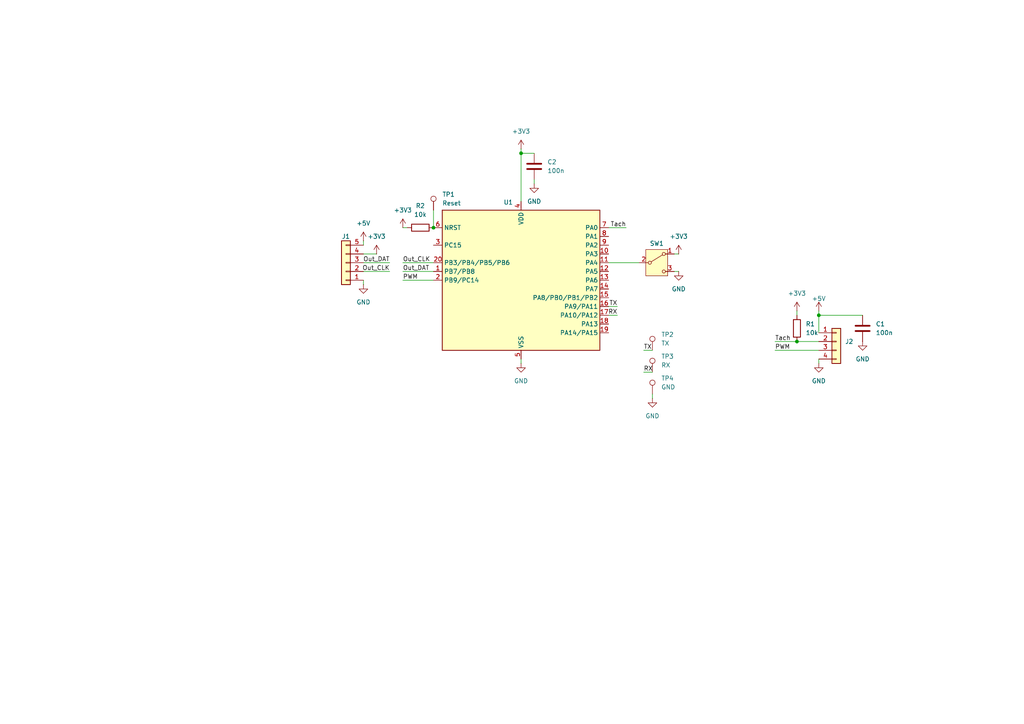
<source format=kicad_sch>
(kicad_sch (version 20250114) (generator "eeschema") (generator_version "9.0")
  (paper "A4")
  (lib_symbols
    (symbol "Connector:TestPoint" (pin_numbers (hide yes)) (pin_names (offset 0.762) (hide yes))
      (property "Reference" "TP" (at 0 6.858 0))
      (property "Value" "TestPoint" (at 0 5.08 0))
      (symbol "TestPoint_0_1"
        (circle (center 0 3.302) (radius 0.762))
      )
      (symbol "TestPoint_1_1"
        (pin passive line (at 0 0 90) (length 2.54) (name "1") (number "1"))
      )
    )
    (symbol "Connector_Generic:Conn_01x04" (pin_names (offset 1.016) (hide yes))
      (property "Reference" "J" (at 0 5.08 0))
      (property "Value" "Conn_01x04" (at 0 -7.62 0))
      (symbol "Conn_01x04_1_1"
        (rectangle (start -1.27 3.81) (end 1.27 -6.35) (stroke (width 0.254)) (fill (type background)))
        (rectangle (start -1.27 2.667) (end 0 2.413) (stroke (width 0.1524)))
        (rectangle (start -1.27 0.127) (end 0 -0.127) (stroke (width 0.1524)))
        (rectangle (start -1.27 -2.413) (end 0 -2.667) (stroke (width 0.1524)))
        (rectangle (start -1.27 -4.953) (end 0 -5.207) (stroke (width 0.1524)))
        (pin passive line (at -5.08 2.54 0) (length 3.81) (name "Pin_1") (number "1"))
        (pin passive line (at -5.08 0 0) (length 3.81) (name "Pin_2") (number "2"))
        (pin passive line (at -5.08 -2.54 0) (length 3.81) (name "Pin_3") (number "3"))
        (pin passive line (at -5.08 -5.08 0) (length 3.81) (name "Pin_4") (number "4"))
      )
    )
    (symbol "Connector_Generic:Conn_01x05" (pin_names (offset 1.016) (hide yes))
      (property "Reference" "J" (at 0 7.62 0))
      (property "Value" "Conn_01x05" (at 0 -7.62 0))
      (symbol "Conn_01x05_1_1"
        (rectangle (start -1.27 6.35) (end 1.27 -6.35) (stroke (width 0.254)) (fill (type background)))
        (rectangle (start -1.27 5.207) (end 0 4.953) (stroke (width 0.1524)))
        (rectangle (start -1.27 2.667) (end 0 2.413) (stroke (width 0.1524)))
        (rectangle (start -1.27 0.127) (end 0 -0.127) (stroke (width 0.1524)))
        (rectangle (start -1.27 -2.413) (end 0 -2.667) (stroke (width 0.1524)))
        (rectangle (start -1.27 -4.953) (end 0 -5.207) (stroke (width 0.1524)))
        (pin passive line (at -5.08 5.08 0) (length 3.81) (name "Pin_1") (number "1"))
        (pin passive line (at -5.08 2.54 0) (length 3.81) (name "Pin_2") (number "2"))
        (pin passive line (at -5.08 0 0) (length 3.81) (name "Pin_3") (number "3"))
        (pin passive line (at -5.08 -2.54 0) (length 3.81) (name "Pin_4") (number "4"))
        (pin passive line (at -5.08 -5.08 0) (length 3.81) (name "Pin_5") (number "5"))
      )
    )
    (symbol "Device:C" (pin_numbers (hide yes)) (pin_names (offset 0.254))
      (property "Reference" "C" (at 0.635 2.54 0))
      (property "Value" "C" (at 0.635 -2.54 0))
      (symbol "C_0_1"
        (polyline (pts (xy -2.032 0.762) (xy 2.032 0.762)) (stroke (width 0.508)))
        (polyline (pts (xy -2.032 -0.762) (xy 2.032 -0.762)) (stroke (width 0.508)))
      )
      (symbol "C_1_1"
        (pin passive line (at 0 3.81 270) (length 2.794) (name "~") (number "1"))
        (pin passive line (at 0 -3.81 90) (length 2.794) (name "~") (number "2"))
      )
    )
    (symbol "Device:R" (pin_numbers (hide yes)) (pin_names (offset 0))
      (property "Reference" "R" (at 2.032 0 90))
      (property "Value" "R" (at 0 0 90))
      (symbol "R_0_1"
        (rectangle (start -1.016 -2.54) (end 1.016 2.54) (stroke (width 0.254)))
      )
      (symbol "R_1_1"
        (pin passive line (at 0 3.81 270) (length 1.27) (name "~") (number "1"))
        (pin passive line (at 0 -3.81 90) (length 1.27) (name "~") (number "2"))
      )
    )
    (symbol "MCU_ST_STM32G0:STM32G030F6Px"
      (property "Reference" "U" (at -22.86 21.59 0))
      (property "Value" "STM32G030F6Px" (at 2.54 21.59 0))
      (symbol "STM32G030F6Px_0_1"
        (rectangle (start -22.86 -20.32) (end 22.86 20.32) (stroke (width 0.254)) (fill (type background)))
      )
      (symbol "STM32G030F6Px_1_1"
        (pin input line (at -25.4 15.24 0) (length 2.54) (name "NRST") (number "6"))
        (pin bidirectional line (at -25.4 10.16 0) (length 2.54) (name "PC15") (number "3"))
        (pin bidirectional line (at -25.4 5.08 0) (length 2.54) (name "PB3/PB4/PB5/PB6") (number "20"))
        (pin bidirectional line (at -25.4 2.54 0) (length 2.54) (name "PB7/PB8") (number "1"))
        (pin bidirectional line (at -25.4 0 0) (length 2.54) (name "PB9/PC14") (number "2"))
        (pin power_in line (at 0 22.86 270) (length 2.54) (name "VDD") (number "4"))
        (pin power_in line (at 0 -22.86 90) (length 2.54) (name "VSS") (number "5"))
        (pin bidirectional line (at 25.4 15.24 180) (length 2.54) (name "PA0") (number "7"))
        (pin bidirectional line (at 25.4 12.7 180) (length 2.54) (name "PA1") (number "8"))
        (pin bidirectional line (at 25.4 10.16 180) (length 2.54) (name "PA2") (number "9"))
        (pin bidirectional line (at 25.4 7.62 180) (length 2.54) (name "PA3") (number "10"))
        (pin bidirectional line (at 25.4 5.08 180) (length 2.54) (name "PA4") (number "11"))
        (pin bidirectional line (at 25.4 2.54 180) (length 2.54) (name "PA5") (number "12"))
        (pin bidirectional line (at 25.4 0 180) (length 2.54) (name "PA6") (number "13"))
        (pin bidirectional line (at 25.4 -2.54 180) (length 2.54) (name "PA7") (number "14"))
        (pin bidirectional line (at 25.4 -5.08 180) (length 2.54) (name "PA8/PB0/PB1/PB2") (number "15"))
        (pin bidirectional line (at 25.4 -7.62 180) (length 2.54) (name "PA9/PA11") (number "16"))
        (pin bidirectional line (at 25.4 -10.16 180) (length 2.54) (name "PA10/PA12") (number "17"))
        (pin bidirectional line (at 25.4 -12.7 180) (length 2.54) (name "PA13") (number "18"))
        (pin bidirectional line (at 25.4 -15.24 180) (length 2.54) (name "PA14/PA15") (number "19"))
      )
    )
    (symbol "Switch:SW_SPDT" (pin_names (offset 0) (hide yes))
      (property "Reference" "SW" (at 0 5.08 0))
      (property "Value" "SW_SPDT" (at 0 -5.08 0))
      (symbol "SW_SPDT_0_1"
        (circle (center -2.032 0) (radius 0.4572))
        (polyline (pts (xy -1.651 0.254) (xy 1.651 2.286)))
        (circle (center 2.032 2.54) (radius 0.4572))
        (circle (center 2.032 -2.54) (radius 0.4572))
      )
      (symbol "SW_SPDT_1_1"
        (rectangle (start -3.175 3.81) (end 3.175 -3.81) (fill (type background)))
        (pin passive line (at -5.08 0 0) (length 2.54) (name "B") (number "2"))
        (pin passive line (at 5.08 2.54 180) (length 2.54) (name "A") (number "1"))
        (pin passive line (at 5.08 -2.54 180) (length 2.54) (name "C") (number "3"))
      )
    )
    (symbol "power:+3V3" (power) (pin_numbers (hide yes)) (pin_names (offset 0) (hide yes))
      (property "Value" "+3V3" (at 0 3.556 0))
      (symbol "+3V3_0_1"
        (polyline (pts (xy -0.762 1.27) (xy 0 2.54)))
        (polyline (pts (xy 0 2.54) (xy 0.762 1.27)))
        (polyline (pts (xy 0 0) (xy 0 2.54)))
      )
      (symbol "+3V3_1_1"
        (pin power_in line (at 0 0 90) (length 0) (name "~") (number "1"))
      )
    )
    (symbol "power:+5V" (power) (pin_numbers (hide yes)) (pin_names (offset 0) (hide yes))
      (property "Value" "+5V" (at 0 3.556 0))
      (symbol "+5V_0_1"
        (polyline (pts (xy -0.762 1.27) (xy 0 2.54)))
        (polyline (pts (xy 0 2.54) (xy 0.762 1.27)))
        (polyline (pts (xy 0 0) (xy 0 2.54)))
      )
      (symbol "+5V_1_1"
        (pin power_in line (at 0 0 90) (length 0) (name "~") (number "1"))
      )
    )
    (symbol "power:GND" (power) (pin_numbers (hide yes)) (pin_names (offset 0) (hide yes))
      (property "Value" "GND" (at 0 -3.81 0))
      (symbol "GND_0_1"
        (polyline (pts (xy 0 0) (xy 0 -1.27) (xy 1.27 -1.27) (xy 0 -2.54) (xy -1.27 -1.27) (xy 0 -1.27)))
      )
      (symbol "GND_1_1"
        (pin power_in line (at 0 0 270) (length 0) (name "~") (number "1"))
      )
    )
  )
  (junction (at 151.13 44.45))
  (junction (at 237.49 91.44))
  (junction (at 125.73 66.04))
  (junction (at 231.14 99.06))
  (wire (pts (xy 231.14 90.17) (xy 231.14 91.44)))
  (wire (pts (xy 179.07 88.9) (xy 176.53 88.9)))
  (wire (pts (xy 105.41 82.55) (xy 105.41 81.28)))
  (wire (pts (xy 196.85 73.66) (xy 195.58 73.66)))
  (wire (pts (xy 151.13 43.18) (xy 151.13 44.45)))
  (wire (pts (xy 176.53 76.2) (xy 185.42 76.2)))
  (wire (pts (xy 237.49 105.41) (xy 237.49 104.14)))
  (wire (pts (xy 125.73 60.96) (xy 125.73 66.04)))
  (wire (pts (xy 109.22 73.66) (xy 105.41 73.66)))
  (wire (pts (xy 151.13 44.45) (xy 151.13 58.42)))
  (wire (pts (xy 237.49 91.44) (xy 237.49 96.52)))
  (wire (pts (xy 186.69 107.95) (xy 189.23 107.95)))
  (wire (pts (xy 196.85 78.74) (xy 195.58 78.74)))
  (wire (pts (xy 116.84 78.74) (xy 125.73 78.74)))
  (wire (pts (xy 116.84 76.2) (xy 125.73 76.2)))
  (wire (pts (xy 237.49 91.44) (xy 250.19 91.44)))
  (wire (pts (xy 224.79 99.06) (xy 231.14 99.06)))
  (wire (pts (xy 224.79 101.6) (xy 237.49 101.6)))
  (wire (pts (xy 231.14 99.06) (xy 237.49 99.06)))
  (wire (pts (xy 105.41 69.85) (xy 105.41 71.12)))
  (wire (pts (xy 116.84 81.28) (xy 125.73 81.28)))
  (wire (pts (xy 113.03 78.74) (xy 105.41 78.74)))
  (wire (pts (xy 176.53 91.44) (xy 179.07 91.44)))
  (wire (pts (xy 116.84 66.04) (xy 118.11 66.04)))
  (wire (pts (xy 113.03 76.2) (xy 105.41 76.2)))
  (wire (pts (xy 151.13 105.41) (xy 151.13 104.14)))
  (wire (pts (xy 154.94 52.07) (xy 154.94 53.34)))
  (wire (pts (xy 189.23 115.57) (xy 189.23 114.3)))
  (wire (pts (xy 186.69 101.6) (xy 189.23 101.6)))
  (wire (pts (xy 151.13 44.45) (xy 154.94 44.45)))
  (wire (pts (xy 181.61 66.04) (xy 176.53 66.04)))
  (wire (pts (xy 237.49 90.17) (xy 237.49 91.44)))
  (label "Out_DAT" (at 116.84 78.74 0))
  (label "PWM" (at 116.84 81.28 0))
  (label "TX" (at 186.69 101.6 0))
  (label "Out_CLK" (at 116.84 76.2 0))
  (label "Out_DAT" (at 113.03 76.2 180))
  (label "TX" (at 179.07 88.9 180))
  (label "Tach" (at 181.61 66.04 180))
  (label "RX" (at 186.69 107.95 0))
  (label "Tach" (at 224.79 99.06 0))
  (label "RX" (at 179.07 91.44 180))
  (label "PWM" (at 224.79 101.6 0))
  (label "Out_CLK" (at 113.03 78.74 180))
  (symbol (lib_id "power:+3V3") (at 196.85 73.66 0) (unit 1)
    (property "Reference" "#PWR011" (effects (hide yes)))
    (property "Value" "+3V3" (at 196.85 68.58 0))
    (property "Description" "Power symbol creates a global label with name \"+3V3\"" (effects (hide yes)))
  )
  (symbol (lib_id "Connector_Generic:Conn_01x05") (at 100.33 76.2 180) (unit 1)
    (property "Reference" "J1" (at 100.33 68.58 0))
    (property "Value" "Conn_01x05" (effects (hide yes)))
    (property "Footprint" "Connector_JST:JST_EH_S5B-EH_1x05_P2.50mm_Horizontal" (effects (hide yes)))
    (property "Description" "Generic connector, single row, 01x05, script generated (kicad-library-utils/schlib/autogen/connector/)" (effects (hide yes)))
    (property "LCSC" "C265103" (effects (hide yes)))
  )
  (symbol (lib_id "Device:C") (at 250.19 95.25 0) (unit 1)
    (property "Reference" "C1" (at 254 93.9799 0) (effects (justify left)))
    (property "Value" "100n" (at 254 96.5199 0) (effects (justify left)))
    (property "Footprint" "Capacitor_SMD:C_1206_3216Metric_Pad1.33x1.80mm_HandSolder" (effects (hide yes)))
    (property "Description" "Unpolarized capacitor" (effects (hide yes)))
    (property "LCSC" "C24497" (effects (hide yes)))
  )
  (symbol (lib_id "power:GND") (at 250.19 99.06 0) (unit 1)
    (property "Reference" "#PWR09" (effects (hide yes)))
    (property "Value" "GND" (at 250.19 104.14 0))
    (property "Description" "Power symbol creates a global label with name \"GND\" , ground" (effects (hide yes)))
  )
  (symbol (lib_id "power:GND") (at 196.85 78.74 0) (mirror y) (unit 1)
    (property "Reference" "#PWR012" (effects (hide yes)))
    (property "Value" "GND" (at 196.85 83.82 0))
    (property "Description" "Power symbol creates a global label with name \"GND\" , ground" (effects (hide yes)))
  )
  (symbol (lib_id "Device:R") (at 231.14 95.25 0) (unit 1)
    (property "Reference" "R1" (at 233.68 93.9799 0) (effects (justify left)))
    (property "Value" "10k" (at 233.68 96.5199 0) (effects (justify left)))
    (property "Footprint" "Resistor_SMD:R_1206_3216Metric_Pad1.30x1.75mm_HandSolder" (effects (hide yes)))
    (property "Description" "Resistor" (effects (hide yes)))
    (property "LCSC" "C17902" (effects (hide yes)))
  )
  (symbol (lib_id "power:+3V3") (at 109.22 73.66 0) (unit 1)
    (property "Reference" "#PWR02" (effects (hide yes)))
    (property "Value" "+3V3" (at 109.22 68.58 0))
    (property "Description" "Power symbol creates a global label with name \"+3V3\"" (effects (hide yes)))
  )
  (symbol (lib_id "power:+3V3") (at 151.13 43.18 0) (unit 1)
    (property "Reference" "#PWR05" (effects (hide yes)))
    (property "Value" "+3V3" (at 151.13 38.1 0))
    (property "Description" "Power symbol creates a global label with name \"+3V3\"" (effects (hide yes)))
  )
  (symbol (lib_id "Connector:TestPoint") (at 189.23 107.95 0) (mirror y) (unit 1)
    (property "Reference" "TP3" (at 191.77 103.3779 0) (effects (justify right)))
    (property "Value" "RX" (at 191.77 105.9179 0) (effects (justify right)))
    (property "Footprint" "TestPoint:TestPoint_Pad_3.0x3.0mm" (effects (hide yes)))
    (property "Description" "test point" (effects (hide yes)))
  )
  (symbol (lib_id "Connector:TestPoint") (at 125.73 60.96 0) (mirror y) (unit 1)
    (property "Reference" "TP1" (at 128.27 56.3879 0) (effects (justify right)))
    (property "Value" "Reset" (at 128.27 58.9279 0) (effects (justify right)))
    (property "Footprint" "TestPoint:TestPoint_Pad_3.0x3.0mm" (effects (hide yes)))
    (property "Description" "test point" (effects (hide yes)))
  )
  (symbol (lib_id "power:GND") (at 237.49 105.41 0) (unit 1)
    (property "Reference" "#PWR06" (effects (hide yes)))
    (property "Value" "GND" (at 237.49 110.49 0))
    (property "Description" "Power symbol creates a global label with name \"GND\" , ground" (effects (hide yes)))
  )
  (symbol (lib_id "power:+3V3") (at 116.84 66.04 0) (unit 1)
    (property "Reference" "#PWR014" (effects (hide yes)))
    (property "Value" "+3V3" (at 116.84 60.96 0))
    (property "Description" "Power symbol creates a global label with name \"+3V3\"" (effects (hide yes)))
  )
  (symbol (lib_id "power:+5V") (at 237.49 90.17 0) (unit 1)
    (property "Reference" "#PWR07" (effects (hide yes)))
    (property "Value" "+5V" (at 237.49 86.614 0))
    (property "Description" "Power symbol creates a global label with name \"+5V\"" (effects (hide yes)))
  )
  (symbol (lib_id "power:+5V") (at 105.41 69.85 0) (unit 1)
    (property "Reference" "#PWR01" (effects (hide yes)))
    (property "Value" "+5V" (at 105.41 64.77 0))
    (property "Description" "Power symbol creates a global label with name \"+5V\"" (effects (hide yes)))
  )
  (symbol (lib_id "power:GND") (at 105.41 82.55 0) (unit 1)
    (property "Reference" "#PWR03" (effects (hide yes)))
    (property "Value" "GND" (at 105.41 87.63 0))
    (property "Description" "Power symbol creates a global label with name \"GND\" , ground" (effects (hide yes)))
  )
  (symbol (lib_id "Switch:SW_SPDT") (at 190.5 76.2 0) (unit 1)
    (property "Reference" "SW1" (at 190.5 70.612 0))
    (property "Value" "SW_SPDT" (effects (hide yes)))
    (property "Footprint" "Button_Switch_SMD:Nidec_Copal_CAS-120A" (effects (hide yes)))
    (property "Description" "Switch, single pole double throw" (effects (hide yes)))
    (property "LCSC" "C5619548" (effects (hide yes)))
  )
  (symbol (lib_id "power:GND") (at 189.23 115.57 0) (unit 1)
    (property "Reference" "#PWR013" (effects (hide yes)))
    (property "Value" "GND" (at 189.23 120.65 0))
    (property "Description" "Power symbol creates a global label with name \"GND\" , ground" (effects (hide yes)))
  )
  (symbol (lib_id "power:+3V3") (at 231.14 90.17 0) (unit 1)
    (property "Reference" "#PWR08" (effects (hide yes)))
    (property "Value" "+3V3" (at 231.14 85.09 0))
    (property "Description" "Power symbol creates a global label with name \"+3V3\"" (effects (hide yes)))
  )
  (symbol (lib_id "MCU_ST_STM32G0:STM32G030F6Px") (at 151.13 81.28 0) (unit 1)
    (property "Reference" "U1" (at 146.05 58.674 0) (effects (justify left)))
    (property "Value" "STM32G030F6Px" (effects (hide yes)))
    (property "Footprint" "Package_SO:TSSOP-20_4.4x6.5mm_P0.65mm" (effects (hide yes)))
    (property "Datasheet" "https://www.st.com/resource/en/datasheet/stm32g030f6.pdf" (effects (hide yes)))
    (property "Description" "STMicroelectronics Arm Cortex-M0+ MCU, 32KB flash, 8KB RAM, 64 MHz, 2.0-3.6V, 17 GPIO, TSSOP20" (effects (hide yes)))
    (property "LCSC" "C529330" (effects (hide yes)))
  )
  (symbol (lib_id "Connector_Generic:Conn_01x04") (at 242.57 99.06 0) (unit 1)
    (property "Reference" "J2" (at 245.11 99.0599 0) (effects (justify left)))
    (property "Value" "Conn_01x04" (effects (hide yes)))
    (property "Footprint" "Connector_JST:JST_EH_S4B-EH_1x04_P2.50mm_Horizontal" (effects (hide yes)))
    (property "Description" "Generic connector, single row, 01x04, script generated (kicad-library-utils/schlib/autogen/connector/)" (effects (hide yes)))
    (property "LCSC" "C265068" (effects (hide yes)))
  )
  (symbol (lib_id "power:GND") (at 151.13 105.41 0) (unit 1)
    (property "Reference" "#PWR04" (effects (hide yes)))
    (property "Value" "GND" (at 151.13 110.49 0))
    (property "Description" "Power symbol creates a global label with name \"GND\" , ground" (effects (hide yes)))
  )
  (symbol (lib_id "Connector:TestPoint") (at 189.23 114.3 0) (mirror y) (unit 1)
    (property "Reference" "TP4" (at 191.77 109.7279 0) (effects (justify right)))
    (property "Value" "GND" (at 191.77 112.2679 0) (effects (justify right)))
    (property "Footprint" "TestPoint:TestPoint_Pad_3.0x3.0mm" (effects (hide yes)))
    (property "Description" "test point" (effects (hide yes)))
  )
  (symbol (lib_id "power:GND") (at 154.94 53.34 0) (unit 1)
    (property "Reference" "#PWR010" (effects (hide yes)))
    (property "Value" "GND" (at 154.94 58.42 0))
    (property "Description" "Power symbol creates a global label with name \"GND\" , ground" (effects (hide yes)))
  )
  (symbol (lib_id "Connector:TestPoint") (at 189.23 101.6 0) (mirror y) (unit 1)
    (property "Reference" "TP2" (at 191.77 97.0279 0) (effects (justify right)))
    (property "Value" "TX" (at 191.77 99.5679 0) (effects (justify right)))
    (property "Footprint" "TestPoint:TestPoint_Pad_3.0x3.0mm" (effects (hide yes)))
    (property "Description" "test point" (effects (hide yes)))
  )
  (symbol (lib_id "Device:R") (at 121.92 66.04 90) (unit 1)
    (property "Reference" "R2" (at 121.92 59.69 90))
    (property "Value" "10k" (at 121.92 62.23 90))
    (property "Footprint" "Resistor_SMD:R_1206_3216Metric_Pad1.30x1.75mm_HandSolder" (effects (hide yes)))
    (property "Description" "Resistor" (effects (hide yes)))
    (property "LCSC" "C17902" (effects (hide yes)))
  )
  (symbol (lib_id "Device:C") (at 154.94 48.26 0) (unit 1)
    (property "Reference" "C2" (at 158.75 46.9899 0) (effects (justify left)))
    (property "Value" "100n" (at 158.75 49.5299 0) (effects (justify left)))
    (property "Footprint" "Capacitor_SMD:C_1206_3216Metric_Pad1.33x1.80mm_HandSolder" (effects (hide yes)))
    (property "Description" "Unpolarized capacitor" (effects (hide yes)))
    (property "LCSC" "C24497" (effects (hide yes)))
  )
)
</source>
